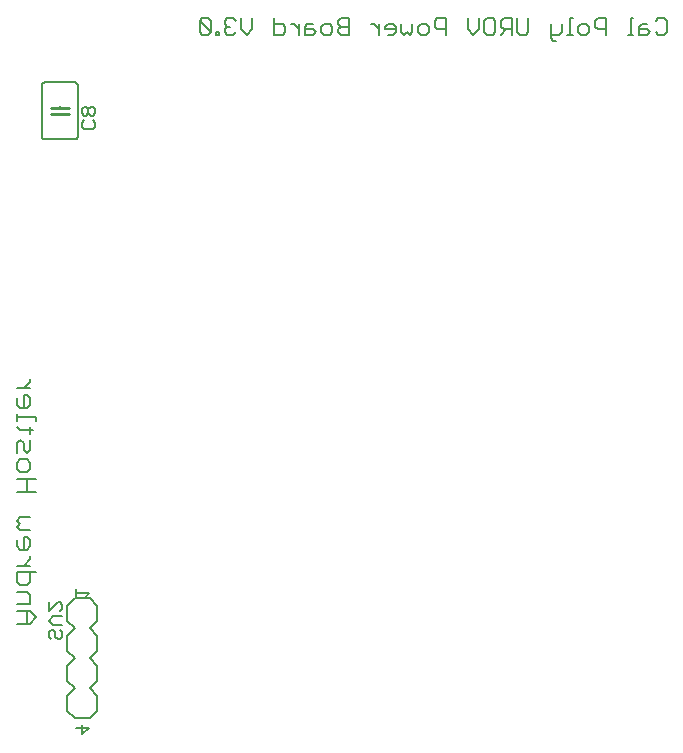
<source format=gbo>
G75*
%MOIN*%
%OFA0B0*%
%FSLAX25Y25*%
%IPPOS*%
%LPD*%
%AMOC8*
5,1,8,0,0,1.08239X$1,22.5*
%
%ADD10C,0.00500*%
%ADD11C,0.00600*%
%ADD12C,0.01000*%
D10*
X0052669Y0069813D02*
X0052669Y0072815D01*
X0054920Y0072065D02*
X0052669Y0069813D01*
X0050417Y0072065D02*
X0054920Y0072065D01*
X0045170Y0101605D02*
X0044419Y0101605D01*
X0043669Y0102355D01*
X0043669Y0103857D01*
X0042918Y0104607D01*
X0042167Y0104607D01*
X0041417Y0103857D01*
X0041417Y0102355D01*
X0042167Y0101605D01*
X0045170Y0101605D02*
X0045920Y0102355D01*
X0045920Y0103857D01*
X0045170Y0104607D01*
X0045920Y0106209D02*
X0042918Y0106209D01*
X0041417Y0107710D01*
X0042918Y0109211D01*
X0045920Y0109211D01*
X0045170Y0110813D02*
X0045920Y0111563D01*
X0045920Y0113065D01*
X0045170Y0113815D01*
X0044419Y0113815D01*
X0041417Y0110813D01*
X0041417Y0113815D01*
X0050417Y0115313D02*
X0050417Y0118315D01*
X0050417Y0116814D02*
X0054920Y0116814D01*
X0053419Y0115313D01*
X0053167Y0271417D02*
X0052417Y0272167D01*
X0052417Y0273669D01*
X0053167Y0274419D01*
X0053167Y0276021D02*
X0053918Y0276021D01*
X0054669Y0276771D01*
X0054669Y0278273D01*
X0053918Y0279023D01*
X0053167Y0279023D01*
X0052417Y0278273D01*
X0052417Y0276771D01*
X0053167Y0276021D01*
X0054669Y0276771D02*
X0055419Y0276021D01*
X0056170Y0276021D01*
X0056920Y0276771D01*
X0056920Y0278273D01*
X0056170Y0279023D01*
X0055419Y0279023D01*
X0054669Y0278273D01*
X0056170Y0274419D02*
X0056920Y0273669D01*
X0056920Y0272167D01*
X0056170Y0271417D01*
X0053167Y0271417D01*
X0091817Y0303834D02*
X0092735Y0302917D01*
X0094570Y0302917D01*
X0095487Y0303834D01*
X0091817Y0307504D01*
X0091817Y0303834D01*
X0091817Y0307504D02*
X0092735Y0308421D01*
X0094570Y0308421D01*
X0095487Y0307504D01*
X0095487Y0303834D01*
X0097332Y0303834D02*
X0097332Y0302917D01*
X0098249Y0302917D01*
X0098249Y0303834D01*
X0097332Y0303834D01*
X0100104Y0303834D02*
X0101022Y0302917D01*
X0102857Y0302917D01*
X0103774Y0303834D01*
X0105629Y0304752D02*
X0105629Y0308421D01*
X0103774Y0307504D02*
X0102857Y0308421D01*
X0101022Y0308421D01*
X0100104Y0307504D01*
X0100104Y0306586D01*
X0101022Y0305669D01*
X0100104Y0304752D01*
X0100104Y0303834D01*
X0101022Y0305669D02*
X0101939Y0305669D01*
X0105629Y0304752D02*
X0107464Y0302917D01*
X0109299Y0304752D01*
X0109299Y0308421D01*
X0116678Y0308421D02*
X0116678Y0302917D01*
X0119431Y0302917D01*
X0120348Y0303834D01*
X0120348Y0305669D01*
X0119431Y0306586D01*
X0116678Y0306586D01*
X0122200Y0306586D02*
X0123117Y0306586D01*
X0124952Y0304752D01*
X0124952Y0306586D02*
X0124952Y0302917D01*
X0126807Y0302917D02*
X0129559Y0302917D01*
X0130477Y0303834D01*
X0129559Y0304752D01*
X0126807Y0304752D01*
X0126807Y0305669D02*
X0126807Y0302917D01*
X0126807Y0305669D02*
X0127724Y0306586D01*
X0129559Y0306586D01*
X0132332Y0305669D02*
X0133249Y0306586D01*
X0135084Y0306586D01*
X0136002Y0305669D01*
X0136002Y0303834D01*
X0135084Y0302917D01*
X0133249Y0302917D01*
X0132332Y0303834D01*
X0132332Y0305669D01*
X0137856Y0304752D02*
X0137856Y0303834D01*
X0138774Y0302917D01*
X0141526Y0302917D01*
X0141526Y0308421D01*
X0138774Y0308421D01*
X0137856Y0307504D01*
X0137856Y0306586D01*
X0138774Y0305669D01*
X0141526Y0305669D01*
X0138774Y0305669D02*
X0137856Y0304752D01*
X0148903Y0306586D02*
X0149820Y0306586D01*
X0151655Y0304752D01*
X0151655Y0306586D02*
X0151655Y0302917D01*
X0153510Y0304752D02*
X0157180Y0304752D01*
X0157180Y0305669D02*
X0156262Y0306586D01*
X0154427Y0306586D01*
X0153510Y0305669D01*
X0153510Y0304752D01*
X0154427Y0302917D02*
X0156262Y0302917D01*
X0157180Y0303834D01*
X0157180Y0305669D01*
X0159035Y0306586D02*
X0159035Y0303834D01*
X0159952Y0302917D01*
X0160869Y0303834D01*
X0161787Y0302917D01*
X0162704Y0303834D01*
X0162704Y0306586D01*
X0164559Y0305669D02*
X0165477Y0306586D01*
X0167312Y0306586D01*
X0168229Y0305669D01*
X0168229Y0303834D01*
X0167312Y0302917D01*
X0165477Y0302917D01*
X0164559Y0303834D01*
X0164559Y0305669D01*
X0170084Y0305669D02*
X0171001Y0304752D01*
X0173754Y0304752D01*
X0173754Y0302917D02*
X0173754Y0308421D01*
X0171001Y0308421D01*
X0170084Y0307504D01*
X0170084Y0305669D01*
X0181133Y0304752D02*
X0181133Y0308421D01*
X0181133Y0304752D02*
X0182968Y0302917D01*
X0184803Y0304752D01*
X0184803Y0308421D01*
X0186658Y0307504D02*
X0186658Y0303834D01*
X0187576Y0302917D01*
X0189410Y0302917D01*
X0190328Y0303834D01*
X0190328Y0307504D01*
X0189410Y0308421D01*
X0187576Y0308421D01*
X0186658Y0307504D01*
X0192183Y0307504D02*
X0192183Y0305669D01*
X0193100Y0304752D01*
X0195853Y0304752D01*
X0194018Y0304752D02*
X0192183Y0302917D01*
X0195853Y0302917D02*
X0195853Y0308421D01*
X0193100Y0308421D01*
X0192183Y0307504D01*
X0197708Y0308421D02*
X0197708Y0303834D01*
X0198625Y0302917D01*
X0200460Y0302917D01*
X0201377Y0303834D01*
X0201377Y0308421D01*
X0208757Y0306586D02*
X0208757Y0301999D01*
X0209674Y0301082D01*
X0210592Y0301082D01*
X0211509Y0302917D02*
X0208757Y0302917D01*
X0211509Y0302917D02*
X0212427Y0303834D01*
X0212427Y0306586D01*
X0215192Y0308421D02*
X0215192Y0302917D01*
X0214275Y0302917D02*
X0216110Y0302917D01*
X0217965Y0303834D02*
X0217965Y0305669D01*
X0218882Y0306586D01*
X0220717Y0306586D01*
X0221635Y0305669D01*
X0221635Y0303834D01*
X0220717Y0302917D01*
X0218882Y0302917D01*
X0217965Y0303834D01*
X0216110Y0308421D02*
X0215192Y0308421D01*
X0223490Y0307504D02*
X0223490Y0305669D01*
X0224407Y0304752D01*
X0227159Y0304752D01*
X0227159Y0302917D02*
X0227159Y0308421D01*
X0224407Y0308421D01*
X0223490Y0307504D01*
X0234532Y0302917D02*
X0236367Y0302917D01*
X0235450Y0302917D02*
X0235450Y0308421D01*
X0236367Y0308421D01*
X0238222Y0305669D02*
X0238222Y0302917D01*
X0240974Y0302917D01*
X0241892Y0303834D01*
X0240974Y0304752D01*
X0238222Y0304752D01*
X0238222Y0305669D02*
X0239140Y0306586D01*
X0240974Y0306586D01*
X0243747Y0307504D02*
X0244664Y0308421D01*
X0246499Y0308421D01*
X0247417Y0307504D01*
X0247417Y0303834D01*
X0246499Y0302917D01*
X0244664Y0302917D01*
X0243747Y0303834D01*
D11*
X0055167Y0115167D02*
X0057667Y0112667D01*
X0057667Y0107667D01*
X0055167Y0105167D01*
X0057667Y0102667D01*
X0057667Y0097667D01*
X0055167Y0095167D01*
X0057667Y0092667D01*
X0057667Y0087667D01*
X0055167Y0085167D01*
X0057667Y0082667D01*
X0057667Y0077667D01*
X0055167Y0075167D01*
X0050167Y0075167D01*
X0047667Y0077667D01*
X0047667Y0082667D01*
X0050167Y0085167D01*
X0047667Y0087667D01*
X0047667Y0092667D01*
X0050167Y0095167D01*
X0047667Y0097667D01*
X0047667Y0102667D01*
X0050167Y0105167D01*
X0047667Y0107667D01*
X0047667Y0112667D01*
X0050167Y0115167D01*
X0055167Y0115167D01*
X0037372Y0108810D02*
X0035237Y0110945D01*
X0030967Y0110945D01*
X0030967Y0113121D02*
X0035237Y0113121D01*
X0035237Y0116323D01*
X0034169Y0117391D01*
X0030967Y0117391D01*
X0032034Y0119566D02*
X0034169Y0119566D01*
X0035237Y0120634D01*
X0035237Y0123836D01*
X0037372Y0123836D02*
X0030967Y0123836D01*
X0030967Y0120634D01*
X0032034Y0119566D01*
X0030967Y0126012D02*
X0035237Y0126012D01*
X0035237Y0128147D02*
X0035237Y0129214D01*
X0035237Y0128147D02*
X0033102Y0126012D01*
X0033102Y0131383D02*
X0033102Y0135653D01*
X0034169Y0135653D01*
X0035237Y0134586D01*
X0035237Y0132450D01*
X0034169Y0131383D01*
X0032034Y0131383D01*
X0030967Y0132450D01*
X0030967Y0134586D01*
X0032034Y0137828D02*
X0030967Y0138896D01*
X0032034Y0139963D01*
X0030967Y0141031D01*
X0032034Y0142099D01*
X0035237Y0142099D01*
X0035237Y0137828D02*
X0032034Y0137828D01*
X0030967Y0150719D02*
X0037372Y0150719D01*
X0034169Y0150719D02*
X0034169Y0154990D01*
X0034169Y0157165D02*
X0032034Y0157165D01*
X0030967Y0158232D01*
X0030967Y0160368D01*
X0032034Y0161435D01*
X0034169Y0161435D01*
X0035237Y0160368D01*
X0035237Y0158232D01*
X0034169Y0157165D01*
X0030967Y0154990D02*
X0037372Y0154990D01*
X0034169Y0163610D02*
X0033102Y0164678D01*
X0033102Y0166813D01*
X0032034Y0167881D01*
X0030967Y0166813D01*
X0030967Y0163610D01*
X0034169Y0163610D02*
X0035237Y0164678D01*
X0035237Y0167881D01*
X0035237Y0170056D02*
X0035237Y0172191D01*
X0036305Y0171123D02*
X0032034Y0171123D01*
X0030967Y0172191D01*
X0030967Y0174353D02*
X0030967Y0176488D01*
X0030967Y0175420D02*
X0037372Y0175420D01*
X0037372Y0174353D01*
X0034169Y0178650D02*
X0032034Y0178650D01*
X0030967Y0179717D01*
X0030967Y0181852D01*
X0033102Y0182920D02*
X0033102Y0178650D01*
X0034169Y0178650D02*
X0035237Y0179717D01*
X0035237Y0181852D01*
X0034169Y0182920D01*
X0033102Y0182920D01*
X0033102Y0185095D02*
X0035237Y0187230D01*
X0035237Y0188298D01*
X0035237Y0185095D02*
X0030967Y0185095D01*
X0034169Y0110945D02*
X0034169Y0106675D01*
X0035237Y0106675D02*
X0037372Y0108810D01*
X0035237Y0106675D02*
X0030967Y0106675D01*
X0040167Y0268167D02*
X0050167Y0268167D01*
X0050227Y0268169D01*
X0050288Y0268174D01*
X0050347Y0268183D01*
X0050406Y0268196D01*
X0050465Y0268212D01*
X0050522Y0268232D01*
X0050577Y0268255D01*
X0050632Y0268282D01*
X0050684Y0268311D01*
X0050735Y0268344D01*
X0050784Y0268380D01*
X0050830Y0268418D01*
X0050874Y0268460D01*
X0050916Y0268504D01*
X0050954Y0268550D01*
X0050990Y0268599D01*
X0051023Y0268650D01*
X0051052Y0268702D01*
X0051079Y0268757D01*
X0051102Y0268812D01*
X0051122Y0268869D01*
X0051138Y0268928D01*
X0051151Y0268987D01*
X0051160Y0269046D01*
X0051165Y0269107D01*
X0051167Y0269167D01*
X0051167Y0286167D01*
X0051165Y0286227D01*
X0051160Y0286288D01*
X0051151Y0286347D01*
X0051138Y0286406D01*
X0051122Y0286465D01*
X0051102Y0286522D01*
X0051079Y0286577D01*
X0051052Y0286632D01*
X0051023Y0286684D01*
X0050990Y0286735D01*
X0050954Y0286784D01*
X0050916Y0286830D01*
X0050874Y0286874D01*
X0050830Y0286916D01*
X0050784Y0286954D01*
X0050735Y0286990D01*
X0050684Y0287023D01*
X0050632Y0287052D01*
X0050577Y0287079D01*
X0050522Y0287102D01*
X0050465Y0287122D01*
X0050406Y0287138D01*
X0050347Y0287151D01*
X0050288Y0287160D01*
X0050227Y0287165D01*
X0050167Y0287167D01*
X0040167Y0287167D01*
X0040107Y0287165D01*
X0040046Y0287160D01*
X0039987Y0287151D01*
X0039928Y0287138D01*
X0039869Y0287122D01*
X0039812Y0287102D01*
X0039757Y0287079D01*
X0039702Y0287052D01*
X0039650Y0287023D01*
X0039599Y0286990D01*
X0039550Y0286954D01*
X0039504Y0286916D01*
X0039460Y0286874D01*
X0039418Y0286830D01*
X0039380Y0286784D01*
X0039344Y0286735D01*
X0039311Y0286684D01*
X0039282Y0286632D01*
X0039255Y0286577D01*
X0039232Y0286522D01*
X0039212Y0286465D01*
X0039196Y0286406D01*
X0039183Y0286347D01*
X0039174Y0286288D01*
X0039169Y0286227D01*
X0039167Y0286167D01*
X0039167Y0269167D01*
X0039169Y0269107D01*
X0039174Y0269046D01*
X0039183Y0268987D01*
X0039196Y0268928D01*
X0039212Y0268869D01*
X0039232Y0268812D01*
X0039255Y0268757D01*
X0039282Y0268702D01*
X0039311Y0268650D01*
X0039344Y0268599D01*
X0039380Y0268550D01*
X0039418Y0268504D01*
X0039460Y0268460D01*
X0039504Y0268418D01*
X0039550Y0268380D01*
X0039599Y0268344D01*
X0039650Y0268311D01*
X0039702Y0268282D01*
X0039757Y0268255D01*
X0039812Y0268232D01*
X0039869Y0268212D01*
X0039928Y0268196D01*
X0039987Y0268183D01*
X0040046Y0268174D01*
X0040107Y0268169D01*
X0040167Y0268167D01*
X0045167Y0276167D02*
X0045167Y0276667D01*
X0045167Y0278667D02*
X0045167Y0279167D01*
D12*
X0045167Y0278667D02*
X0042167Y0278667D01*
X0042167Y0276667D02*
X0045167Y0276667D01*
X0048167Y0276667D01*
X0048167Y0278667D02*
X0045167Y0278667D01*
M02*

</source>
